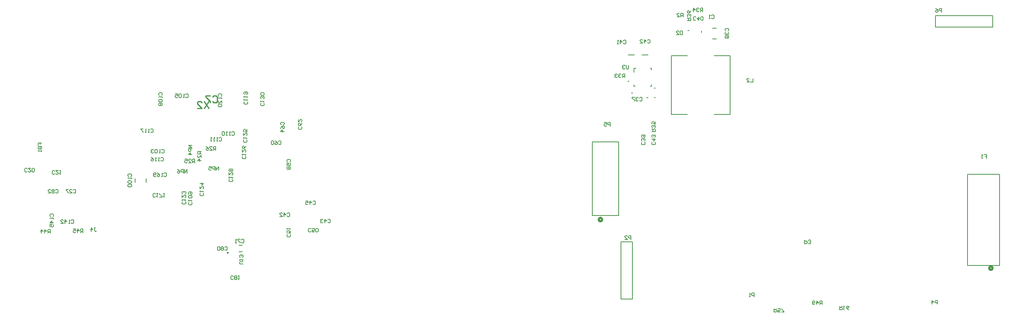
<source format=gbo>
G04*
G04 #@! TF.GenerationSoftware,Altium Limited,Altium Designer,21.5.1 (32)*
G04*
G04 Layer_Color=32896*
%FSLAX25Y25*%
%MOIN*%
G70*
G04*
G04 #@! TF.SameCoordinates,ABBC0749-13DB-4E68-987F-24248C34E95F*
G04*
G04*
G04 #@! TF.FilePolarity,Positive*
G04*
G01*
G75*
%ADD52C,0.02000*%
%ADD53C,0.01000*%
%ADD155C,0.00600*%
%ADD156C,0.00984*%
%ADD158C,0.00787*%
D52*
X1012135Y143800D02*
G03*
X1012135Y143800I-1500J0D01*
G01*
X671135Y186250D02*
G03*
X671135Y186250I-1500J0D01*
G01*
D53*
X327530Y289598D02*
X323531Y283600D01*
Y289598D02*
X327530Y283600D01*
X317533D02*
X321532D01*
X317533Y287599D01*
Y288598D01*
X318533Y289598D01*
X320532D01*
X321532Y288598D01*
X330931Y293598D02*
X331931Y294598D01*
X333930D01*
X334930Y293598D01*
Y289600D01*
X333930Y288600D01*
X331931D01*
X330931Y289600D01*
X328932Y294598D02*
X324933D01*
Y293598D01*
X328932Y289600D01*
Y288600D01*
D155*
X768785Y329522D02*
X782883D01*
X731483Y278122D02*
Y329522D01*
X745581D01*
X782883Y278122D02*
Y329522D01*
X768785Y278122D02*
X782883D01*
X731483D02*
X745581D01*
X990135Y146300D02*
Y225800D01*
X1018135D01*
Y146300D02*
Y225800D01*
X990135Y146300D02*
X1018135D01*
X662435Y254300D02*
X685735D01*
X662435Y189800D02*
Y254300D01*
Y189800D02*
X685735D01*
Y254300D01*
X821370Y108649D02*
Y105450D01*
X822969D01*
X823502Y105983D01*
Y107050D01*
X822969Y107583D01*
X821370D01*
X822436D02*
X823502Y108649D01*
X826701Y105450D02*
X824569D01*
Y107050D01*
X825635Y106517D01*
X826168D01*
X826701Y107050D01*
Y108116D01*
X826168Y108649D01*
X825102D01*
X824569Y108116D01*
X827768Y105450D02*
X829900D01*
Y105983D01*
X827768Y108116D01*
Y108649D01*
X863335Y112050D02*
Y115249D01*
X861736D01*
X861202Y114716D01*
Y113649D01*
X861736Y113116D01*
X863335D01*
X862269D02*
X861202Y112050D01*
X858537D02*
Y115249D01*
X860136Y113649D01*
X858003D01*
X856937Y112583D02*
X856404Y112050D01*
X855338D01*
X854805Y112583D01*
Y114716D01*
X855338Y115249D01*
X856404D01*
X856937Y114716D01*
Y114182D01*
X856404Y113649D01*
X854805D01*
X878636Y110649D02*
Y107450D01*
X880236D01*
X880769Y107983D01*
Y109050D01*
X880236Y109583D01*
X878636D01*
X879703D02*
X880769Y110649D01*
X881835D02*
X882902D01*
X882368D01*
Y107450D01*
X881835Y107983D01*
X886634Y107450D02*
X885567Y107983D01*
X884501Y109050D01*
Y110116D01*
X885034Y110649D01*
X886101D01*
X886634Y110116D01*
Y109583D01*
X886101Y109050D01*
X884501D01*
X1004635Y243149D02*
X1006768D01*
Y241550D01*
X1005701D01*
X1006768D01*
Y239950D01*
X1003569D02*
X1002502D01*
X1003036D01*
Y243149D01*
X1003569Y242616D01*
X694301Y321149D02*
Y318483D01*
X693768Y317950D01*
X692701D01*
X692168Y318483D01*
Y321149D01*
X691102Y320616D02*
X690569Y321149D01*
X689502D01*
X688969Y320616D01*
Y320083D01*
X689502Y319550D01*
X690035D01*
X689502D01*
X688969Y319017D01*
Y318483D01*
X689502Y317950D01*
X690569D01*
X691102Y318483D01*
X745536Y360284D02*
X748735D01*
Y361884D01*
X748201Y362417D01*
X747135D01*
X746602Y361884D01*
Y360284D01*
Y361351D02*
X745536Y362417D01*
X748201Y363483D02*
X748735Y364017D01*
Y365083D01*
X748201Y365616D01*
X747668D01*
X747135Y365083D01*
Y364550D01*
Y365083D01*
X746602Y365616D01*
X746069D01*
X745536Y365083D01*
Y364017D01*
X746069Y363483D01*
X748735Y368815D02*
X748201Y367749D01*
X747135Y366682D01*
X746069D01*
X745536Y367215D01*
Y368282D01*
X746069Y368815D01*
X746602D01*
X747135Y368282D01*
Y366682D01*
X714536Y263284D02*
X717734D01*
Y264884D01*
X717201Y265417D01*
X716135D01*
X715602Y264884D01*
Y263284D01*
Y264351D02*
X714536Y265417D01*
X717201Y266483D02*
X717734Y267017D01*
Y268083D01*
X717201Y268616D01*
X716668D01*
X716135Y268083D01*
Y267550D01*
Y268083D01*
X715602Y268616D01*
X715069D01*
X714536Y268083D01*
Y267017D01*
X715069Y266483D01*
X717734Y271815D02*
Y269682D01*
X716135D01*
X716668Y270749D01*
Y271282D01*
X716135Y271815D01*
X715069D01*
X714536Y271282D01*
Y270216D01*
X715069Y269682D01*
X758900Y367950D02*
Y371149D01*
X757301D01*
X756768Y370616D01*
Y369550D01*
X757301Y369017D01*
X758900D01*
X757834D02*
X756768Y367950D01*
X755701Y370616D02*
X755168Y371149D01*
X754102D01*
X753569Y370616D01*
Y370083D01*
X754102Y369550D01*
X754635D01*
X754102D01*
X753569Y369017D01*
Y368483D01*
X754102Y367950D01*
X755168D01*
X755701Y368483D01*
X750903Y367950D02*
Y371149D01*
X752502Y369550D01*
X750370D01*
X690900Y310450D02*
Y313649D01*
X689301D01*
X688768Y313116D01*
Y312050D01*
X689301Y311516D01*
X690900D01*
X689834D02*
X688768Y310450D01*
X687701Y313116D02*
X687168Y313649D01*
X686102D01*
X685569Y313116D01*
Y312583D01*
X686102Y312050D01*
X686635D01*
X686102D01*
X685569Y311516D01*
Y310983D01*
X686102Y310450D01*
X687168D01*
X687701Y310983D01*
X684502Y313116D02*
X683969Y313649D01*
X682903D01*
X682370Y313116D01*
Y312583D01*
X682903Y312050D01*
X683436D01*
X682903D01*
X682370Y311516D01*
Y310983D01*
X682903Y310450D01*
X683969D01*
X684502Y310983D01*
X741801Y363450D02*
Y366649D01*
X740201D01*
X739668Y366116D01*
Y365050D01*
X740201Y364516D01*
X741801D01*
X740734D02*
X739668Y363450D01*
X736469D02*
X738602D01*
X736469Y365583D01*
Y366116D01*
X737002Y366649D01*
X738069D01*
X738602Y366116D01*
X967735Y367650D02*
Y370849D01*
X966136D01*
X965602Y370316D01*
Y369249D01*
X966136Y368716D01*
X967735D01*
X962403Y370849D02*
X963470Y370316D01*
X964536Y369249D01*
Y368183D01*
X964003Y367650D01*
X962937D01*
X962403Y368183D01*
Y368716D01*
X962937Y369249D01*
X964536D01*
X678301Y267950D02*
Y271149D01*
X676701D01*
X676168Y270616D01*
Y269550D01*
X676701Y269017D01*
X678301D01*
X672969Y271149D02*
X675102D01*
Y269550D01*
X674036Y270083D01*
X673502D01*
X672969Y269550D01*
Y268483D01*
X673502Y267950D01*
X674569D01*
X675102Y268483D01*
X964041Y112450D02*
Y115649D01*
X962442D01*
X961908Y115116D01*
Y114050D01*
X962442Y113516D01*
X964041D01*
X959243Y112450D02*
Y115649D01*
X960842Y114050D01*
X958709D01*
X847969Y168460D02*
Y165261D01*
X849569D01*
X850102Y165794D01*
Y166861D01*
X849569Y167394D01*
X847969D01*
X851168Y165794D02*
X851701Y165261D01*
X852768D01*
X853301Y165794D01*
Y166328D01*
X852768Y166861D01*
X852234D01*
X852768D01*
X853301Y167394D01*
Y167927D01*
X852768Y168460D01*
X851701D01*
X851168Y167927D01*
X696301Y168950D02*
Y172149D01*
X694701D01*
X694168Y171616D01*
Y170550D01*
X694701Y170017D01*
X696301D01*
X690969Y168950D02*
X693102D01*
X690969Y171083D01*
Y171616D01*
X691502Y172149D01*
X692569D01*
X693102Y171616D01*
X803890Y118852D02*
Y122051D01*
X802290D01*
X801757Y121518D01*
Y120451D01*
X802290Y119918D01*
X803890D01*
X800691Y118852D02*
X799624D01*
X800158D01*
Y122051D01*
X800691Y121518D01*
X802801Y309649D02*
Y306450D01*
X800668D01*
X797469D02*
X799602D01*
X797469Y308583D01*
Y309116D01*
X798002Y309649D01*
X799069D01*
X799602Y309116D01*
X741301Y351149D02*
Y347950D01*
X739701D01*
X739168Y348483D01*
Y350616D01*
X739701Y351149D01*
X741301D01*
X735969Y347950D02*
X738102D01*
X735969Y350083D01*
Y350616D01*
X736502Y351149D01*
X737569D01*
X738102Y350616D01*
X717201Y253917D02*
X717734Y253384D01*
Y252318D01*
X717201Y251784D01*
X715069D01*
X714536Y252318D01*
Y253384D01*
X715069Y253917D01*
X714536Y256583D02*
X717734D01*
X716135Y254983D01*
Y257116D01*
X717201Y258182D02*
X717734Y258716D01*
Y259782D01*
X717201Y260315D01*
X716668D01*
X716135Y259782D01*
Y259249D01*
Y259782D01*
X715602Y260315D01*
X715069D01*
X714536Y259782D01*
Y258716D01*
X715069Y258182D01*
X710768Y343116D02*
X711301Y343649D01*
X712367D01*
X712900Y343116D01*
Y340983D01*
X712367Y340450D01*
X711301D01*
X710768Y340983D01*
X708102Y340450D02*
Y343649D01*
X709701Y342050D01*
X707569D01*
X704370Y340450D02*
X706502D01*
X704370Y342583D01*
Y343116D01*
X704903Y343649D01*
X705969D01*
X706502Y343116D01*
X689735Y342616D02*
X690268Y343149D01*
X691334D01*
X691867Y342616D01*
Y340483D01*
X691334Y339950D01*
X690268D01*
X689735Y340483D01*
X687069Y339950D02*
Y343149D01*
X688668Y341550D01*
X686536D01*
X685469Y339950D02*
X684403D01*
X684936D01*
Y343149D01*
X685469Y342616D01*
X753002Y360983D02*
X752469Y360450D01*
X751403D01*
X750870Y360983D01*
Y363116D01*
X751403Y363649D01*
X752469D01*
X753002Y363116D01*
X755668Y363649D02*
Y360450D01*
X754069Y362050D01*
X756201D01*
X757268Y360983D02*
X757801Y360450D01*
X758867D01*
X759400Y360983D01*
Y363116D01*
X758867Y363649D01*
X757801D01*
X757268Y363116D01*
Y360983D01*
X708201Y253917D02*
X708735Y253384D01*
Y252318D01*
X708201Y251784D01*
X706069D01*
X705536Y252318D01*
Y253384D01*
X706069Y253917D01*
X708201Y254983D02*
X708735Y255517D01*
Y256583D01*
X708201Y257116D01*
X707668D01*
X707135Y256583D01*
Y256050D01*
Y256583D01*
X706602Y257116D01*
X706069D01*
X705536Y256583D01*
Y255517D01*
X706069Y254983D01*
Y258182D02*
X705536Y258716D01*
Y259782D01*
X706069Y260315D01*
X708201D01*
X708735Y259782D01*
Y258716D01*
X708201Y258182D01*
X707668D01*
X707135Y258716D01*
Y260315D01*
X779069Y351182D02*
X778536Y351715D01*
Y352782D01*
X779069Y353315D01*
X781201D01*
X781735Y352782D01*
Y351715D01*
X781201Y351182D01*
X779069Y350116D02*
X778536Y349583D01*
Y348517D01*
X779069Y347983D01*
X779602D01*
X780135Y348517D01*
Y349050D01*
Y348517D01*
X780668Y347983D01*
X781201D01*
X781735Y348517D01*
Y349583D01*
X781201Y350116D01*
X779069Y346917D02*
X778536Y346384D01*
Y345318D01*
X779069Y344784D01*
X779602D01*
X780135Y345318D01*
X780668Y344784D01*
X781201D01*
X781735Y345318D01*
Y346384D01*
X781201Y346917D01*
X780668D01*
X780135Y346384D01*
X779602Y346917D01*
X779069D01*
X780135Y346384D02*
Y345318D01*
X703768Y292616D02*
X704301Y293149D01*
X705367D01*
X705900Y292616D01*
Y290483D01*
X705367Y289950D01*
X704301D01*
X703768Y290483D01*
X702701Y292616D02*
X702168Y293149D01*
X701102D01*
X700569Y292616D01*
Y292083D01*
X701102Y291550D01*
X701635D01*
X701102D01*
X700569Y291017D01*
Y290483D01*
X701102Y289950D01*
X702168D01*
X702701Y290483D01*
X699502Y293149D02*
X697370D01*
Y292616D01*
X699502Y290483D01*
Y289950D01*
X766635Y364616D02*
X767168Y365149D01*
X768234D01*
X768768Y364616D01*
Y362483D01*
X768234Y361950D01*
X767168D01*
X766635Y362483D01*
X765569Y361950D02*
X764502D01*
X765035D01*
Y365149D01*
X765569Y364616D01*
X178530Y251099D02*
Y253232D01*
X180130D01*
Y252166D01*
Y253232D01*
X181729D01*
X178530Y250033D02*
X181729D01*
Y248434D01*
X181196Y247901D01*
X180663D01*
X180130Y248434D01*
Y250033D01*
Y248434D01*
X179597Y247901D01*
X179064D01*
X178530Y248434D01*
Y250033D01*
X181729Y246834D02*
Y245768D01*
Y246301D01*
X178530D01*
X179064Y246834D01*
X193763Y212066D02*
X194296Y212599D01*
X195362D01*
X195895Y212066D01*
Y209934D01*
X195362Y209401D01*
X194296D01*
X193763Y209934D01*
X192696Y212066D02*
X192163Y212599D01*
X191097D01*
X190564Y212066D01*
Y211533D01*
X191097Y211000D01*
X190564Y210467D01*
Y209934D01*
X191097Y209401D01*
X192163D01*
X192696Y209934D01*
Y210467D01*
X192163Y211000D01*
X192696Y211533D01*
Y212066D01*
X192163Y211000D02*
X191097D01*
X187365Y209401D02*
X189497D01*
X187365Y211533D01*
Y212066D01*
X187898Y212599D01*
X188964D01*
X189497Y212066D01*
X168997Y228434D02*
X168464Y227901D01*
X167398D01*
X166865Y228434D01*
Y230566D01*
X167398Y231100D01*
X168464D01*
X168997Y230566D01*
X172196Y231100D02*
X170064D01*
X172196Y228967D01*
Y228434D01*
X171663Y227901D01*
X170597D01*
X170064Y228434D01*
X173263D02*
X173796Y227901D01*
X174862D01*
X175395Y228434D01*
Y230566D01*
X174862Y231100D01*
X173796D01*
X173263Y230566D01*
Y228434D01*
X209263Y212066D02*
X209796Y212599D01*
X210862D01*
X211395Y212066D01*
Y209934D01*
X210862Y209401D01*
X209796D01*
X209263Y209934D01*
X206064Y209401D02*
X208196D01*
X206064Y211533D01*
Y212066D01*
X206597Y212599D01*
X207663D01*
X208196Y212066D01*
X204997Y212599D02*
X202865D01*
Y212066D01*
X204997Y209934D01*
Y209401D01*
X193030Y226434D02*
X192497Y225901D01*
X191431D01*
X190898Y226434D01*
Y228566D01*
X191431Y229099D01*
X192497D01*
X193030Y228566D01*
X196229Y229099D02*
X194097D01*
X196229Y226967D01*
Y226434D01*
X195696Y225901D01*
X194630D01*
X194097Y226434D01*
X197296Y229099D02*
X198362D01*
X197829D01*
Y225901D01*
X197296Y226434D01*
X357729Y147375D02*
X355064D01*
X354531Y147908D01*
Y148975D01*
X355064Y149508D01*
X357729D01*
X354531Y150574D02*
Y151641D01*
Y151107D01*
X357729D01*
X357196Y150574D01*
Y153240D02*
X357729Y153773D01*
Y154840D01*
X357196Y155373D01*
X356663D01*
X356130Y154840D01*
Y154306D01*
Y154840D01*
X355597Y155373D01*
X355064D01*
X354531Y154840D01*
Y153773D01*
X355064Y153240D01*
X281013Y206434D02*
X280480Y205901D01*
X279414D01*
X278880Y206434D01*
Y208566D01*
X279414Y209100D01*
X280480D01*
X281013Y208566D01*
X282079Y209100D02*
X283146D01*
X282613D01*
Y205901D01*
X282079Y206434D01*
X284745Y205901D02*
X286878D01*
Y206434D01*
X284745Y208566D01*
Y209100D01*
X287944D02*
X289011D01*
X288477D01*
Y205901D01*
X287944Y206434D01*
X288411Y226566D02*
X288944Y227099D01*
X290010D01*
X290544Y226566D01*
Y224434D01*
X290010Y223901D01*
X288944D01*
X288411Y224434D01*
X287345Y223901D02*
X286278D01*
X286811D01*
Y227099D01*
X287345Y226566D01*
X282546Y227099D02*
X283613Y226566D01*
X284679Y225500D01*
Y224434D01*
X284146Y223901D01*
X283079D01*
X282546Y224434D01*
Y224967D01*
X283079Y225500D01*
X284679D01*
X281480Y224434D02*
X280947Y223901D01*
X279880D01*
X279347Y224434D01*
Y226566D01*
X279880Y227099D01*
X280947D01*
X281480Y226566D01*
Y226033D01*
X280947Y225500D01*
X279347D01*
X217711Y174900D02*
Y178100D01*
X216111D01*
X215578Y177566D01*
Y176500D01*
X216111Y175967D01*
X217711D01*
X216644D02*
X215578Y174900D01*
X212912D02*
Y178100D01*
X214512Y176500D01*
X212379D01*
X209180Y178100D02*
X211313D01*
Y176500D01*
X210246Y177033D01*
X209713D01*
X209180Y176500D01*
Y175434D01*
X209713Y174900D01*
X210780D01*
X211313Y175434D01*
X189211Y174400D02*
Y177600D01*
X187611D01*
X187078Y177066D01*
Y176000D01*
X187611Y175467D01*
X189211D01*
X188144D02*
X187078Y174400D01*
X184412D02*
Y177600D01*
X186012Y176000D01*
X183879D01*
X181213Y174400D02*
Y177600D01*
X182813Y176000D01*
X180680D01*
X333711Y246901D02*
Y250099D01*
X332111D01*
X331578Y249566D01*
Y248500D01*
X332111Y247967D01*
X333711D01*
X332644D02*
X331578Y246901D01*
X328379D02*
X330512D01*
X328379Y249033D01*
Y249566D01*
X328912Y250099D01*
X329979D01*
X330512Y249566D01*
X325180Y250099D02*
X326247Y249566D01*
X327313Y248500D01*
Y247434D01*
X326780Y246901D01*
X325713D01*
X325180Y247434D01*
Y247967D01*
X325713Y248500D01*
X327313D01*
X315211Y235900D02*
Y239100D01*
X313611D01*
X313078Y238566D01*
Y237500D01*
X313611Y236967D01*
X315211D01*
X314144D02*
X313078Y235900D01*
X309879D02*
X312012D01*
X309879Y238033D01*
Y238566D01*
X310412Y239100D01*
X311479D01*
X312012Y238566D01*
X306680Y239100D02*
X308813D01*
Y237500D01*
X307747Y238033D01*
X307213D01*
X306680Y237500D01*
Y236434D01*
X307213Y235900D01*
X308280D01*
X308813Y236434D01*
X321045Y245765D02*
X317846D01*
Y244166D01*
X318379Y243633D01*
X319445D01*
X319979Y244166D01*
Y245765D01*
Y244699D02*
X321045Y243633D01*
Y240434D02*
Y242566D01*
X318912Y240434D01*
X318379D01*
X317846Y240967D01*
Y242033D01*
X318379Y242566D01*
X321045Y237768D02*
X317846D01*
X319445Y239367D01*
Y237235D01*
X308711Y226901D02*
Y230100D01*
X306578Y226901D01*
Y230100D01*
X305512Y226901D02*
Y230100D01*
X303912D01*
X303379Y229566D01*
Y228500D01*
X303912Y227967D01*
X305512D01*
X300180Y230100D02*
X301247Y229566D01*
X302313Y228500D01*
Y227434D01*
X301780Y226901D01*
X300713D01*
X300180Y227434D01*
Y227967D01*
X300713Y228500D01*
X302313D01*
X336211Y229400D02*
Y232599D01*
X334078Y229400D01*
Y232599D01*
X333012Y229400D02*
Y232599D01*
X331412D01*
X330879Y232066D01*
Y231000D01*
X331412Y230467D01*
X333012D01*
X327680Y232599D02*
X329813D01*
Y231000D01*
X328747Y231533D01*
X328213D01*
X327680Y231000D01*
Y229934D01*
X328213Y229400D01*
X329280D01*
X329813Y229934D01*
X313045Y251265D02*
X309846D01*
X313045Y249133D01*
X309846D01*
X313045Y248066D02*
X309846D01*
Y246467D01*
X310379Y245934D01*
X311445D01*
X311979Y246467D01*
Y248066D01*
X313045Y243268D02*
X309846D01*
X311445Y244867D01*
Y242735D01*
X227479Y179100D02*
X228545D01*
X228012D01*
Y176434D01*
X228545Y175900D01*
X229078D01*
X229611Y176434D01*
X224813Y175900D02*
Y179100D01*
X226412Y177500D01*
X224280D01*
X189379Y188966D02*
X188846Y189499D01*
Y190565D01*
X189379Y191098D01*
X191512D01*
X192045Y190565D01*
Y189499D01*
X191512Y188966D01*
X192045Y187899D02*
Y186833D01*
Y187366D01*
X188846D01*
X189379Y187899D01*
X192045Y183634D02*
X188846D01*
X190445Y185233D01*
Y183101D01*
X188846Y179902D02*
Y182034D01*
X190445D01*
X189912Y180968D01*
Y180435D01*
X190445Y179902D01*
X191512D01*
X192045Y180435D01*
Y181501D01*
X191512Y182034D01*
X207411Y185566D02*
X207944Y186100D01*
X209011D01*
X209544Y185566D01*
Y183434D01*
X209011Y182901D01*
X207944D01*
X207411Y183434D01*
X206345Y182901D02*
X205278D01*
X205812D01*
Y186100D01*
X206345Y185566D01*
X202079Y182901D02*
Y186100D01*
X203679Y184500D01*
X201546D01*
X198347Y182901D02*
X200480D01*
X198347Y185033D01*
Y185566D01*
X198880Y186100D01*
X199947D01*
X200480Y185566D01*
X375512Y288035D02*
X376045Y287501D01*
Y286435D01*
X375512Y285902D01*
X373379D01*
X372846Y286435D01*
Y287501D01*
X373379Y288035D01*
X372846Y289101D02*
Y290167D01*
Y289634D01*
X376045D01*
X375512Y289101D01*
Y291767D02*
X376045Y292300D01*
Y293366D01*
X375512Y293899D01*
X374979D01*
X374446Y293366D01*
Y292833D01*
Y293366D01*
X373912Y293899D01*
X373379D01*
X372846Y293366D01*
Y292300D01*
X373379Y291767D01*
X375512Y294966D02*
X376045Y295499D01*
Y296565D01*
X375512Y297098D01*
X373379D01*
X372846Y296565D01*
Y295499D01*
X373379Y294966D01*
X375512D01*
X348012Y221534D02*
X348545Y221001D01*
Y219935D01*
X348012Y219402D01*
X345879D01*
X345346Y219935D01*
Y221001D01*
X345879Y221534D01*
X345346Y222601D02*
Y223667D01*
Y223134D01*
X348545D01*
X348012Y222601D01*
X345346Y227399D02*
Y225267D01*
X347479Y227399D01*
X348012D01*
X348545Y226866D01*
Y225800D01*
X348012Y225267D01*
Y228466D02*
X348545Y228999D01*
Y230065D01*
X348012Y230598D01*
X347479D01*
X346946Y230065D01*
X346412Y230598D01*
X345879D01*
X345346Y230065D01*
Y228999D01*
X345879Y228466D01*
X346412D01*
X346946Y228999D01*
X347479Y228466D01*
X348012D01*
X346946Y228999D02*
Y230065D01*
X359512Y241534D02*
X360045Y241001D01*
Y239935D01*
X359512Y239402D01*
X357379D01*
X356846Y239935D01*
Y241001D01*
X357379Y241534D01*
X356846Y242601D02*
Y243667D01*
Y243134D01*
X360045D01*
X359512Y242601D01*
X356846Y247399D02*
Y245267D01*
X358979Y247399D01*
X359512D01*
X360045Y246866D01*
Y245800D01*
X359512Y245267D01*
X360045Y250598D02*
X359512Y249532D01*
X358446Y248465D01*
X357379D01*
X356846Y248999D01*
Y250065D01*
X357379Y250598D01*
X357912D01*
X358446Y250065D01*
Y248465D01*
X360512Y256034D02*
X361045Y255501D01*
Y254435D01*
X360512Y253902D01*
X358379D01*
X357846Y254435D01*
Y255501D01*
X358379Y256034D01*
X357846Y257101D02*
Y258167D01*
Y257634D01*
X361045D01*
X360512Y257101D01*
X357846Y261899D02*
Y259767D01*
X359979Y261899D01*
X360512D01*
X361045Y261366D01*
Y260300D01*
X360512Y259767D01*
X361045Y265098D02*
Y262965D01*
X359446D01*
X359979Y264032D01*
Y264565D01*
X359446Y265098D01*
X358379D01*
X357846Y264565D01*
Y263499D01*
X358379Y262965D01*
X322512Y209353D02*
X323045Y208820D01*
Y207754D01*
X322512Y207221D01*
X320379D01*
X319846Y207754D01*
Y208820D01*
X320379Y209353D01*
X319846Y210420D02*
Y211486D01*
Y210953D01*
X323045D01*
X322512Y210420D01*
X319846Y215218D02*
Y213086D01*
X321979Y215218D01*
X322512D01*
X323045Y214685D01*
Y213619D01*
X322512Y213086D01*
X319846Y217884D02*
X323045D01*
X321445Y216284D01*
Y218417D01*
X307012Y201853D02*
X307545Y201320D01*
Y200254D01*
X307012Y199721D01*
X304879D01*
X304346Y200254D01*
Y201320D01*
X304879Y201853D01*
X304346Y202920D02*
Y203986D01*
Y203453D01*
X307545D01*
X307012Y202920D01*
X304346Y207718D02*
Y205586D01*
X306479Y207718D01*
X307012D01*
X307545Y207185D01*
Y206119D01*
X307012Y205586D01*
Y208784D02*
X307545Y209318D01*
Y210384D01*
X307012Y210917D01*
X306479D01*
X305945Y210384D01*
Y209851D01*
Y210384D01*
X305412Y210917D01*
X304879D01*
X304346Y210384D01*
Y209318D01*
X304879Y208784D01*
X336379Y293966D02*
X335846Y294499D01*
Y295565D01*
X336379Y296098D01*
X338512D01*
X339045Y295565D01*
Y294499D01*
X338512Y293966D01*
X339045Y292899D02*
Y291833D01*
Y292366D01*
X335846D01*
X336379Y292899D01*
X339045Y288101D02*
Y290233D01*
X336912Y288101D01*
X336379D01*
X335846Y288634D01*
Y289700D01*
X336379Y290233D01*
Y287035D02*
X335846Y286501D01*
Y285435D01*
X336379Y284902D01*
X338512D01*
X339045Y285435D01*
Y286501D01*
X338512Y287035D01*
X336379D01*
X361012Y289301D02*
X361545Y288768D01*
Y287702D01*
X361012Y287168D01*
X358879D01*
X358346Y287702D01*
Y288768D01*
X358879Y289301D01*
X358346Y290367D02*
Y291434D01*
Y290900D01*
X361545D01*
X361012Y290367D01*
X358346Y293033D02*
Y294099D01*
Y293566D01*
X361545D01*
X361012Y293033D01*
X358879Y295699D02*
X358346Y296232D01*
Y297299D01*
X358879Y297832D01*
X361012D01*
X361545Y297299D01*
Y296232D01*
X361012Y295699D01*
X360479D01*
X359946Y296232D01*
Y297832D01*
X276829Y265066D02*
X277362Y265599D01*
X278428D01*
X278961Y265066D01*
Y262934D01*
X278428Y262401D01*
X277362D01*
X276829Y262934D01*
X275763Y262401D02*
X274696D01*
X275229D01*
Y265599D01*
X275763Y265066D01*
X273097Y262401D02*
X272030D01*
X272564D01*
Y265599D01*
X273097Y265066D01*
X270431Y265599D02*
X268298D01*
Y265066D01*
X270431Y262934D01*
Y262401D01*
X285644Y240066D02*
X286178Y240599D01*
X287244D01*
X287777Y240066D01*
Y237934D01*
X287244Y237401D01*
X286178D01*
X285644Y237934D01*
X284578Y237401D02*
X283512D01*
X284045D01*
Y240599D01*
X284578Y240066D01*
X281912Y237401D02*
X280846D01*
X281379D01*
Y240599D01*
X281912Y240066D01*
X277114Y240599D02*
X278180Y240066D01*
X279246Y239000D01*
Y237934D01*
X278713Y237401D01*
X277647D01*
X277114Y237934D01*
Y238467D01*
X277647Y239000D01*
X279246D01*
X336611Y257566D02*
X337144Y258100D01*
X338211D01*
X338744Y257566D01*
Y255434D01*
X338211Y254901D01*
X337144D01*
X336611Y255434D01*
X335545Y254901D02*
X334479D01*
X335012D01*
Y258100D01*
X335545Y257566D01*
X332879Y254901D02*
X331813D01*
X332346D01*
Y258100D01*
X332879Y257566D01*
X330213Y254901D02*
X329147D01*
X329680D01*
Y258100D01*
X330213Y257566D01*
X347644Y262566D02*
X348178Y263100D01*
X349244D01*
X349777Y262566D01*
Y260434D01*
X349244Y259900D01*
X348178D01*
X347644Y260434D01*
X346578Y259900D02*
X345512D01*
X346045D01*
Y263100D01*
X346578Y262566D01*
X343912Y259900D02*
X342846D01*
X343379D01*
Y263100D01*
X343912Y262566D01*
X341247D02*
X340713Y263100D01*
X339647D01*
X339114Y262566D01*
Y260434D01*
X339647Y259900D01*
X340713D01*
X341247Y260434D01*
Y262566D01*
X312512Y201353D02*
X313045Y200820D01*
Y199754D01*
X312512Y199221D01*
X310379D01*
X309846Y199754D01*
Y200820D01*
X310379Y201353D01*
X309846Y202420D02*
Y203486D01*
Y202953D01*
X313045D01*
X312512Y202420D01*
Y205085D02*
X313045Y205619D01*
Y206685D01*
X312512Y207218D01*
X310379D01*
X309846Y206685D01*
Y205619D01*
X310379Y205085D01*
X312512D01*
X310379Y208284D02*
X309846Y208818D01*
Y209884D01*
X310379Y210417D01*
X312512D01*
X313045Y209884D01*
Y208818D01*
X312512Y208284D01*
X311979D01*
X311445Y208818D01*
Y210417D01*
X284379Y294966D02*
X283846Y295499D01*
Y296565D01*
X284379Y297098D01*
X286512D01*
X287045Y296565D01*
Y295499D01*
X286512Y294966D01*
X287045Y293899D02*
Y292833D01*
Y293366D01*
X283846D01*
X284379Y293899D01*
Y291233D02*
X283846Y290700D01*
Y289634D01*
X284379Y289101D01*
X286512D01*
X287045Y289634D01*
Y290700D01*
X286512Y291233D01*
X284379D01*
Y288035D02*
X283846Y287501D01*
Y286435D01*
X284379Y285902D01*
X284912D01*
X285445Y286435D01*
X285979Y285902D01*
X286512D01*
X287045Y286435D01*
Y287501D01*
X286512Y288035D01*
X285979D01*
X285445Y287501D01*
X284912Y288035D01*
X284379D01*
X285445Y287501D02*
Y286435D01*
X307411Y295566D02*
X307944Y296099D01*
X309011D01*
X309544Y295566D01*
Y293434D01*
X309011Y292900D01*
X307944D01*
X307411Y293434D01*
X306345Y292900D02*
X305278D01*
X305812D01*
Y296099D01*
X306345Y295566D01*
X303679D02*
X303146Y296099D01*
X302079D01*
X301546Y295566D01*
Y293434D01*
X302079Y292900D01*
X303146D01*
X303679Y293434D01*
Y295566D01*
X298347Y296099D02*
X300480D01*
Y294500D01*
X299414Y295033D01*
X298880D01*
X298347Y294500D01*
Y293434D01*
X298880Y292900D01*
X299947D01*
X300480Y293434D01*
X286411Y247066D02*
X286944Y247600D01*
X288011D01*
X288544Y247066D01*
Y244934D01*
X288011Y244401D01*
X286944D01*
X286411Y244934D01*
X285345Y244401D02*
X284278D01*
X284811D01*
Y247600D01*
X285345Y247066D01*
X282679D02*
X282146Y247600D01*
X281079D01*
X280546Y247066D01*
Y244934D01*
X281079Y244401D01*
X282146D01*
X282679Y244934D01*
Y247066D01*
X279480D02*
X278947Y247600D01*
X277880D01*
X277347Y247066D01*
Y246533D01*
X277880Y246000D01*
X278414D01*
X277880D01*
X277347Y245467D01*
Y244934D01*
X277880Y244401D01*
X278947D01*
X279480Y244934D01*
X257564Y223966D02*
X257030Y224499D01*
Y225565D01*
X257564Y226098D01*
X259696D01*
X260229Y225565D01*
Y224499D01*
X259696Y223966D01*
X260229Y222899D02*
Y221833D01*
Y222366D01*
X257030D01*
X257564Y222899D01*
Y220233D02*
X257030Y219700D01*
Y218634D01*
X257564Y218101D01*
X259696D01*
X260229Y218634D01*
Y219700D01*
X259696Y220233D01*
X257564D01*
Y217035D02*
X257030Y216501D01*
Y215435D01*
X257564Y214902D01*
X259696D01*
X260229Y215435D01*
Y216501D01*
X259696Y217035D01*
X257564D01*
X349030Y134434D02*
X348497Y133900D01*
X347431D01*
X346898Y134434D01*
Y136566D01*
X347431Y137100D01*
X348497D01*
X349030Y136566D01*
X350097Y134434D02*
X350630Y133900D01*
X351696D01*
X352229Y134434D01*
Y134967D01*
X351696Y135500D01*
X352229Y136033D01*
Y136566D01*
X351696Y137100D01*
X350630D01*
X350097Y136566D01*
Y136033D01*
X350630Y135500D01*
X350097Y134967D01*
Y134434D01*
X350630Y135500D02*
X351696D01*
X353296Y137100D02*
X354362D01*
X353829D01*
Y133900D01*
X353296Y134434D01*
X341578Y162066D02*
X342111Y162600D01*
X343178D01*
X343711Y162066D01*
Y159934D01*
X343178Y159400D01*
X342111D01*
X341578Y159934D01*
X340512Y162066D02*
X339979Y162600D01*
X338912D01*
X338379Y162066D01*
Y161533D01*
X338912Y161000D01*
X338379Y160467D01*
Y159934D01*
X338912Y159400D01*
X339979D01*
X340512Y159934D01*
Y160467D01*
X339979Y161000D01*
X340512Y161533D01*
Y162066D01*
X339979Y161000D02*
X338912D01*
X337313Y162066D02*
X336780Y162600D01*
X335713D01*
X335180Y162066D01*
Y159934D01*
X335713Y159400D01*
X336780D01*
X337313Y159934D01*
Y162066D01*
X356045Y168566D02*
X356578Y169099D01*
X357644D01*
X358178Y168566D01*
Y166434D01*
X357644Y165901D01*
X356578D01*
X356045Y166434D01*
X354979Y169099D02*
X352846D01*
Y168566D01*
X354979Y166434D01*
Y165901D01*
X351780D02*
X350713D01*
X351247D01*
Y169099D01*
X351780Y168566D01*
X390879Y269133D02*
X390346Y269666D01*
Y270732D01*
X390879Y271265D01*
X393012D01*
X393545Y270732D01*
Y269666D01*
X393012Y269133D01*
X390346Y265934D02*
X390879Y267000D01*
X391946Y268066D01*
X393012D01*
X393545Y267533D01*
Y266467D01*
X393012Y265934D01*
X392479D01*
X391946Y266467D01*
Y268066D01*
X393545Y263268D02*
X390346D01*
X391946Y264867D01*
Y262735D01*
X408512Y267367D02*
X409045Y266834D01*
Y265768D01*
X408512Y265235D01*
X406379D01*
X405846Y265768D01*
Y266834D01*
X406379Y267367D01*
X409045Y270566D02*
X408512Y269500D01*
X407445Y268434D01*
X406379D01*
X405846Y268967D01*
Y270033D01*
X406379Y270566D01*
X406912D01*
X407445Y270033D01*
Y268434D01*
X405846Y273765D02*
Y271633D01*
X407979Y273765D01*
X408512D01*
X409045Y273232D01*
Y272166D01*
X408512Y271633D01*
X388578Y254566D02*
X389111Y255100D01*
X390178D01*
X390711Y254566D01*
Y252434D01*
X390178Y251901D01*
X389111D01*
X388578Y252434D01*
X385379Y255100D02*
X386445Y254566D01*
X387512Y253500D01*
Y252434D01*
X386979Y251901D01*
X385912D01*
X385379Y252434D01*
Y252967D01*
X385912Y253500D01*
X387512D01*
X384313Y254566D02*
X383780Y255100D01*
X382713D01*
X382180Y254566D01*
Y252434D01*
X382713Y251901D01*
X383780D01*
X384313Y252434D01*
Y254566D01*
X396379Y236633D02*
X395846Y237166D01*
Y238232D01*
X396379Y238765D01*
X398512D01*
X399045Y238232D01*
Y237166D01*
X398512Y236633D01*
X395846Y233434D02*
Y235566D01*
X397446D01*
X396912Y234500D01*
Y233967D01*
X397446Y233434D01*
X398512D01*
X399045Y233967D01*
Y235033D01*
X398512Y235566D01*
X396379Y232367D02*
X395846Y231834D01*
Y230768D01*
X396379Y230235D01*
X396912D01*
X397446Y230768D01*
X397979Y230235D01*
X398512D01*
X399045Y230768D01*
Y231834D01*
X398512Y232367D01*
X397979D01*
X397446Y231834D01*
X396912Y232367D01*
X396379D01*
X397446Y231834D02*
Y230768D01*
X398512Y173400D02*
X399045Y172867D01*
Y171801D01*
X398512Y171268D01*
X396379D01*
X395846Y171801D01*
Y172867D01*
X396379Y173400D01*
X399045Y176600D02*
Y174467D01*
X397446D01*
X397979Y175533D01*
Y176066D01*
X397446Y176600D01*
X396379D01*
X395846Y176066D01*
Y175000D01*
X396379Y174467D01*
X395846Y177666D02*
Y178732D01*
Y178199D01*
X399045D01*
X398512Y177666D01*
X416813Y175934D02*
X416280Y175400D01*
X415213D01*
X414680Y175934D01*
Y178066D01*
X415213Y178600D01*
X416280D01*
X416813Y178066D01*
X420012Y175400D02*
X417879D01*
Y177000D01*
X418946Y176467D01*
X419479D01*
X420012Y177000D01*
Y178066D01*
X419479Y178600D01*
X418412D01*
X417879Y178066D01*
X421078Y175934D02*
X421611Y175400D01*
X422678D01*
X423211Y175934D01*
Y178066D01*
X422678Y178600D01*
X421611D01*
X421078Y178066D01*
Y175934D01*
X418578Y202066D02*
X419111Y202600D01*
X420178D01*
X420711Y202066D01*
Y199934D01*
X420178Y199400D01*
X419111D01*
X418578Y199934D01*
X415912Y199400D02*
Y202600D01*
X417512Y201000D01*
X415379D01*
X412180Y202600D02*
X414313D01*
Y201000D01*
X413246Y201533D01*
X412713D01*
X412180Y201000D01*
Y199934D01*
X412713Y199400D01*
X413780D01*
X414313Y199934D01*
X431578Y186066D02*
X432111Y186600D01*
X433178D01*
X433711Y186066D01*
Y183934D01*
X433178Y183400D01*
X432111D01*
X431578Y183934D01*
X428912Y183400D02*
Y186600D01*
X430512Y185000D01*
X428379D01*
X427313Y186066D02*
X426780Y186600D01*
X425713D01*
X425180Y186066D01*
Y185533D01*
X425713Y185000D01*
X426247D01*
X425713D01*
X425180Y184467D01*
Y183934D01*
X425713Y183400D01*
X426780D01*
X427313Y183934D01*
X396078Y191566D02*
X396611Y192099D01*
X397678D01*
X398211Y191566D01*
Y189434D01*
X397678Y188900D01*
X396611D01*
X396078Y189434D01*
X393412Y188900D02*
Y192099D01*
X395012Y190500D01*
X392879D01*
X389680Y188900D02*
X391813D01*
X389680Y191033D01*
Y191566D01*
X390213Y192099D01*
X391280D01*
X391813Y191566D01*
D156*
X344717Y157280D02*
G03*
X344717Y157280I-492J0D01*
G01*
D158*
X698856Y315223D02*
Y318373D01*
X700568D01*
X698856Y302821D02*
Y304002D01*
Y302821D02*
X700037D01*
X713225D02*
X714406D01*
Y304002D01*
X713225Y318372D02*
X714406D01*
Y317191D02*
Y318372D01*
X746044Y351380D02*
X747226D01*
X716544Y301219D02*
X717726D01*
X757966Y349959D02*
Y351140D01*
X693544Y307219D02*
X694726D01*
X716544Y292719D02*
X717726D01*
X706076Y330050D02*
X711194D01*
X694076D02*
X699194D01*
X710044Y292719D02*
X711226D01*
X697304Y296459D02*
Y297640D01*
X962179Y354637D02*
Y364637D01*
Y354637D02*
X1012179D01*
X962179Y364637D02*
X1012179D01*
Y354637D02*
Y364637D01*
X687435Y116960D02*
X697435D01*
Y166960D01*
X687435Y116960D02*
Y166960D01*
X697435D01*
X767624Y353475D02*
X770774D01*
X767624Y344026D02*
X770774D01*
X272854Y218925D02*
Y222075D01*
X263405Y218925D02*
Y222075D01*
X353871Y163953D02*
X357020D01*
X353871Y158047D02*
X357020D01*
M02*

</source>
